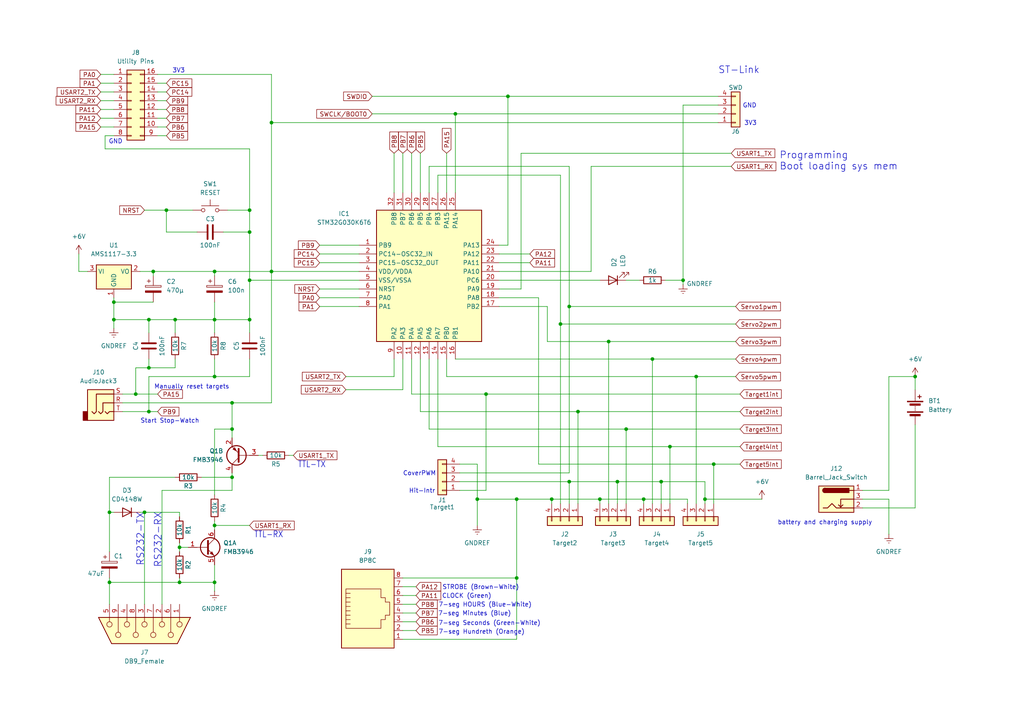
<source format=kicad_sch>
(kicad_sch (version 20250114) (generator "eeschema") (generator_version "9.0")
  (paper "A4")
  (lib_symbols
    (symbol "Conn_01x04_1" (pin_names (offset 1.016) (hide yes))
      (property "Reference" "J" (at 0 5.08 0))
      (property "Value" "Conn_01x04" (at 0 -7.62 0))
      (symbol "Conn_01x04_1_1_1"
        (pin passive line (at -5.08 2.54 0) (length 3.81) (name "Pin_1") (number "1"))
        (pin passive line (at -5.08 0 0) (length 3.81) (name "Pin_2") (number "2"))
        (pin passive line (at -5.08 -2.54 0) (length 3.81) (name "Pin_3") (number "3"))
        (pin passive line (at -5.08 -5.08 0) (length 3.81) (name "Pin_4") (number "4"))
      )
    )
    (symbol "Connector:8P8C" (pin_names (offset 1.016))
      (property "Reference" "J" (at -5.08 13.97 0))
      (property "Value" "8P8C" (at 2.54 13.97 0))
      (symbol "8P8C_1_1"
        (pin passive line (at 10.16 10.16 180) (length 2.54) (name "~") (number "8"))
        (pin passive line (at 10.16 7.62 180) (length 2.54) (name "~") (number "7"))
        (pin passive line (at 10.16 5.08 180) (length 2.54) (name "~") (number "6"))
        (pin passive line (at 10.16 2.54 180) (length 2.54) (name "~") (number "5"))
        (pin passive line (at 10.16 0 180) (length 2.54) (name "~") (number "4"))
        (pin passive line (at 10.16 -2.54 180) (length 2.54) (name "~") (number "3"))
        (pin passive line (at 10.16 -5.08 180) (length 2.54) (name "~") (number "2"))
        (pin passive line (at 10.16 -7.62 180) (length 2.54) (name "~") (number "1"))
      )
    )
    (symbol "Connector:Barrel_Jack_Switch" (pin_names (hide yes))
      (property "Reference" "J" (at 0 5.334 0))
      (property "Value" "Barrel_Jack_Switch" (at 0 -5.08 0))
      (symbol "Barrel_Jack_Switch_1_1"
        (pin passive line (at 7.62 2.54 180) (length 2.54) (name "~") (number "1"))
        (pin passive line (at 7.62 0 180) (length 2.54) (name "~") (number "3"))
        (pin passive line (at 7.62 -2.54 180) (length 2.54) (name "~") (number "2"))
      )
    )
    (symbol "Connector:DB9_Female" (pin_names (offset 1.016) (hide yes))
      (property "Reference" "J" (at 0 13.97 0))
      (property "Value" "DB9_Female" (at 0 -14.605 0))
      (symbol "DB9_Female_1_1"
        (pin passive line (at -7.62 10.16 0) (length 3.81) (name "1") (number "1"))
        (pin passive line (at -7.62 7.62 0) (length 3.81) (name "6") (number "6"))
        (pin passive line (at -7.62 5.08 0) (length 3.81) (name "2") (number "2"))
        (pin passive line (at -7.62 2.54 0) (length 3.81) (name "7") (number "7"))
        (pin passive line (at -7.62 0 0) (length 3.81) (name "3") (number "3"))
        (pin passive line (at -7.62 -2.54 0) (length 3.81) (name "8") (number "8"))
        (pin passive line (at -7.62 -5.08 0) (length 3.81) (name "4") (number "4"))
        (pin passive line (at -7.62 -7.62 0) (length 3.81) (name "9") (number "9"))
        (pin passive line (at -7.62 -10.16 0) (length 3.81) (name "5") (number "5"))
      )
    )
    (symbol "Connector_Audio:AudioJack3"
      (property "Reference" "J" (at 0 8.89 0))
      (property "Value" "AudioJack3" (at 0 6.35 0))
      (symbol "AudioJack3_1_1"
        (pin passive line (at 5.08 2.54 180) (length 2.54) (name "~") (number "S"))
        (pin passive line (at 5.08 0 180) (length 2.54) (name "~") (number "R"))
        (pin passive line (at 5.08 -2.54 180) (length 2.54) (name "~") (number "T"))
      )
    )
    (symbol "Connector_Generic:Conn_01x04" (pin_names (offset 1.016) (hide yes))
      (property "Reference" "J" (at 0 5.08 0))
      (property "Value" "Conn_01x04" (at 0 -7.62 0))
      (symbol "Conn_01x04_1_1"
        (pin passive line (at -5.08 2.54 0) (length 3.81) (name "Pin_1") (number "1"))
        (pin passive line (at -5.08 0 0) (length 3.81) (name "Pin_2") (number "2"))
        (pin passive line (at -5.08 -2.54 0) (length 3.81) (name "Pin_3") (number "3"))
        (pin passive line (at -5.08 -5.08 0) (length 3.81) (name "Pin_4") (number "4"))
      )
    )
    (symbol "Connector_Generic:Conn_02x08_Counter_Clockwise" (pin_names (offset 1.016) (hide yes))
      (property "Reference" "J" (at 1.27 10.16 0))
      (property "Value" "Conn_02x08_Counter_Clockwise" (at 1.27 -12.7 0))
      (symbol "Conn_02x08_Counter_Clockwise_1_1"
        (pin passive line (at -5.08 7.62 0) (length 3.81) (name "Pin_1") (number "1"))
        (pin passive line (at -5.08 5.08 0) (length 3.81) (name "Pin_2") (number "2"))
        (pin passive line (at -5.08 2.54 0) (length 3.81) (name "Pin_3") (number "3"))
        (pin passive line (at -5.08 0 0) (length 3.81) (name "Pin_4") (number "4"))
        (pin passive line (at -5.08 -2.54 0) (length 3.81) (name "Pin_5") (number "5"))
        (pin passive line (at -5.08 -5.08 0) (length 3.81) (name "Pin_6") (number "6"))
        (pin passive line (at -5.08 -7.62 0) (length 3.81) (name "Pin_7") (number "7"))
        (pin passive line (at -5.08 -10.16 0) (length 3.81) (name "Pin_8") (number "8"))
        (pin passive line (at 7.62 7.62 180) (length 3.81) (name "Pin_16") (number "16"))
        (pin passive line (at 7.62 5.08 180) (length 3.81) (name "Pin_15") (number "15"))
        (pin passive line (at 7.62 2.54 180) (length 3.81) (name "Pin_14") (number "14"))
        (pin passive line (at 7.62 0 180) (length 3.81) (name "Pin_13") (number "13"))
        (pin passive line (at 7.62 -2.54 180) (length 3.81) (name "Pin_12") (number "12"))
        (pin passive line (at 7.62 -5.08 180) (length 3.81) (name "Pin_11") (number "11"))
        (pin passive line (at 7.62 -7.62 180) (length 3.81) (name "Pin_10") (number "10"))
        (pin passive line (at 7.62 -10.16 180) (length 3.81) (name "Pin_9") (number "9"))
      )
    )
    (symbol "Device:Battery" (pin_numbers (hide yes)) (pin_names (offset 0) (hide yes))
      (property "Reference" "BT" (at 2.54 2.54 0))
      (property "Value" "Battery" (at 2.54 0 0))
      (symbol "Battery_1_1"
        (pin passive line (at 0 5.08 270) (length 2.54) (name "+") (number "1"))
        (pin passive line (at 0 -5.08 90) (length 2.54) (name "-") (number "2"))
      )
    )
    (symbol "Device:C" (pin_numbers (hide yes)) (pin_names (offset 0.254))
      (property "Reference" "C" (at 0.635 2.54 0))
      (property "Value" "C" (at 0.635 -2.54 0))
      (symbol "C_1_1"
        (pin passive line (at 0 3.81 270) (length 2.794) (name "~") (number "1"))
        (pin passive line (at 0 -3.81 90) (length 2.794) (name "~") (number "2"))
      )
    )
    (symbol "Device:C_Polarized" (pin_numbers (hide yes)) (pin_names (offset 0.254))
      (property "Reference" "C" (at 0.635 2.54 0))
      (property "Value" "C_Polarized" (at 0.635 -2.54 0))
      (symbol "C_Polarized_1_1"
        (pin passive line (at 0 3.81 270) (length 2.794) (name "~") (number "1"))
        (pin passive line (at 0 -3.81 90) (length 2.794) (name "~") (number "2"))
      )
    )
    (symbol "Device:LED" (pin_numbers (hide yes)) (pin_names (offset 1.016) (hide yes))
      (property "Reference" "D" (at 0 2.54 0))
      (property "Value" "LED" (at 0 -2.54 0))
      (symbol "LED_1_1"
        (pin passive line (at -3.81 0 0) (length 2.54) (name "K") (number "1"))
        (pin passive line (at 3.81 0 180) (length 2.54) (name "A") (number "2"))
      )
    )
    (symbol "Device:R" (pin_numbers (hide yes)) (pin_names (offset 0))
      (property "Reference" "R" (at 2.032 0 90))
      (property "Value" "R" (at 0 0 90))
      (symbol "R_1_1"
        (pin passive line (at 0 3.81 270) (length 1.27) (name "~") (number "1"))
        (pin passive line (at 0 -3.81 90) (length 1.27) (name "~") (number "2"))
      )
    )
    (symbol "Diode:CD4148W" (pin_numbers (hide yes)) (pin_names (hide yes))
      (property "Reference" "D" (at 0 2.54 0))
      (property "Value" "CD4148W" (at 0 -2.54 0))
      (symbol "CD4148W_1_1"
        (pin passive line (at -3.81 0 0) (length 2.54) (name "K") (number "1"))
        (pin passive line (at 3.81 0 180) (length 2.54) (name "A") (number "2"))
      )
    )
    (symbol "Regulator_Linear:AMS1117-3.3"
      (property "Reference" "U" (at -3.81 3.175 0))
      (property "Value" "AMS1117-3.3" (at 0 3.175 0))
      (symbol "AMS1117-3.3_1_1"
        (pin power_in line (at -7.62 0 0) (length 2.54) (name "VI") (number "3"))
        (pin power_in line (at 0 -7.62 90) (length 2.54) (name "GND") (number "1"))
        (pin power_out line (at 7.62 0 180) (length 2.54) (name "VO") (number "2"))
      )
    )
    (symbol "Switch:SW_Push" (pin_numbers (hide yes)) (pin_names (offset 1.016) (hide yes))
      (property "Reference" "SW" (at 1.27 2.54 0))
      (property "Value" "SW_Push" (at 0 -1.524 0))
      (symbol "SW_Push_0_1"
        (pin passive line (at -5.08 0 0) (length 2.54) (name "1") (number "1"))
        (pin passive line (at 5.08 0 180) (length 2.54) (name "2") (number "2"))
      )
    )
    (symbol "Transistor_BJT:FMB3946" (pin_names (offset 0) (hide yes))
      (property "Reference" "Q" (at 5.08 1.27 0))
      (property "Value" "FMB3946" (at 5.08 -1.27 0))
      (symbol "FMB3946_1_1"
        (pin input line (at -5.08 0 0) (length 2.54) (name "B1") (number "1"))
        (pin passive line (at 2.54 5.08 270) (length 2.54) (name "C1") (number "6"))
        (pin passive line (at 2.54 -5.08 90) (length 2.54) (name "E1") (number "5"))
      )
      (symbol "FMB3946_2_1"
        (pin input line (at -5.08 0 0) (length 2.54) (name "B2") (number "3"))
        (pin passive line (at 2.54 5.08 270) (length 2.54) (name "C2") (number "4"))
        (pin passive line (at 2.54 -5.08 90) (length 2.54) (name "E2") (number "2"))
      )
    )
    (symbol "power:+6V" (power) (pin_numbers (hide yes)) (pin_names (offset 0) (hide yes))
      (property "Value" "+6V" (at 0 3.556 0))
      (symbol "+6V_1_1"
        (pin power_in line (at 0 0 90) (length 0) (name "~") (number "1"))
      )
    )
    (symbol "power:GNDREF" (power) (pin_numbers (hide yes)) (pin_names (offset 0) (hide yes))
      (property "Value" "GNDREF" (at 0 -3.81 0))
      (symbol "GNDREF_1_1"
        (pin power_in line (at 0 0 270) (length 0) (name "~") (number "1"))
      )
    )
    (symbol "stm32mcu:STM32G030K6T6"
      (property "Reference" "IC" (at 36.83 15.24 0))
      (property "Value" "STM32G030K6T6" (at 36.83 12.7 0))
      (symbol "STM32G030K6T6_1_1"
        (pin passive line (at 0 0 0) (length 5.08) (name "PB9") (number "1"))
        (pin passive line (at 0 -2.54 0) (length 5.08) (name "PC14-OSC32_IN") (number "2"))
        (pin passive line (at 0 -5.08 0) (length 5.08) (name "PC15-OSC32_OUT") (number "3"))
        (pin passive line (at 0 -7.62 0) (length 5.08) (name "VDD/VDDA") (number "4"))
        (pin passive line (at 0 -10.16 0) (length 5.08) (name "VSS/VSSA") (number "5"))
        (pin passive line (at 0 -12.7 0) (length 5.08) (name "NRST") (number "6"))
        (pin passive line (at 0 -15.24 0) (length 5.08) (name "PA0") (number "7"))
        (pin passive line (at 0 -17.78 0) (length 5.08) (name "PA1") (number "8"))
        (pin passive line (at 10.16 15.24 270) (length 5.08) (name "PB8") (number "32"))
        (pin passive line (at 10.16 -33.02 90) (length 5.08) (name "PA2") (number "9"))
        (pin passive line (at 12.7 15.24 270) (length 5.08) (name "PB7") (number "31"))
        (pin passive line (at 12.7 -33.02 90) (length 5.08) (name "PA3") (number "10"))
        (pin passive line (at 15.24 15.24 270) (length 5.08) (name "PB6") (number "30"))
        (pin passive line (at 15.24 -33.02 90) (length 5.08) (name "PA4") (number "11"))
        (pin passive line (at 17.78 15.24 270) (length 5.08) (name "PB5") (number "29"))
        (pin passive line (at 17.78 -33.02 90) (length 5.08) (name "PA5") (number "12"))
        (pin passive line (at 20.32 15.24 270) (length 5.08) (name "PB4") (number "28"))
        (pin passive line (at 20.32 -33.02 90) (length 5.08) (name "PA6") (number "13"))
        (pin passive line (at 22.86 15.24 270) (length 5.08) (name "PB3") (number "27"))
        (pin passive line (at 22.86 -33.02 90) (length 5.08) (name "PA7") (number "14"))
        (pin passive line (at 25.4 15.24 270) (length 5.08) (name "PA15") (number "26"))
        (pin passive line (at 25.4 -33.02 90) (length 5.08) (name "PB0") (number "15"))
        (pin passive line (at 27.94 15.24 270) (length 5.08) (name "PA14") (number "25"))
        (pin passive line (at 27.94 -33.02 90) (length 5.08) (name "PB1") (number "16"))
        (pin passive line (at 40.64 0 180) (length 5.08) (name "PA13") (number "24"))
        (pin passive line (at 40.64 -2.54 180) (length 5.08) (name "PA12") (number "23"))
        (pin passive line (at 40.64 -5.08 180) (length 5.08) (name "PA11") (number "22"))
        (pin passive line (at 40.64 -7.62 180) (length 5.08) (name "PA10") (number "21"))
        (pin passive line (at 40.64 -10.16 180) (length 5.08) (name "PC6") (number "20"))
        (pin passive line (at 40.64 -12.7 180) (length 5.08) (name "PA9") (number "19"))
        (pin passive line (at 40.64 -15.24 180) (length 5.08) (name "PA8") (number "18"))
        (pin passive line (at 40.64 -17.78 180) (length 5.08) (name "PB2") (number "17"))
      )
    )
  )
  (text "3V3" (at 51.816 20.574 0) (effects (font (size 1.27 1.27))))
  (text "7-seg HOURS (Blue-White)" (at 140.716 175.514 0) (effects (font (size 1.27 1.27))))
  (text "3V3" (at 217.678 35.814 0) (effects (font (size 1.27 1.27))))
  (text "ST-Link" (at 208.28 21.59 0) (effects (font (size 2 2)) (justify left bottom)))
  (text "Programming\nBoot loading sys mem" (at 226.06 49.53 0) (effects (font (size 2 2)) (justify left bottom)))
  (text "7-seg Hundreth (Orange)" (at 139.7 183.388 0) (effects (font (size 1.27 1.27))))
  (text "7-seg Seconds (Green-White)" (at 141.986 180.848 0) (effects (font (size 1.27 1.27))))
  (text "7-seg Minutes (Blue)" (at 137.668 178.054 0) (effects (font (size 1.27 1.27))))
  (text "CoverPWM" (at 121.666 137.414 0) (effects (font (size 1.27 1.27))))
  (text "TTL-RX" (at 73.66 156.21 0) (effects (font (size 1.778 1.5113)) (justify left bottom)))
  (text "RS232-RX" (at 46.99 148.59 90) (effects (font (size 2 2)) (justify right bottom)))
  (text "GND" (at 217.424 30.734 0) (effects (font (size 1.27 1.27))))
  (text "GND" (at 33.528 41.148 0) (effects (font (size 1.27 1.27))))
  (text "Hit-Intr" (at 122.428 142.494 0) (effects (font (size 1.27 1.27))))
  (text "STROBE (Brown-White)" (at 139.446 170.434 0) (effects (font (size 1.27 1.27))))
  (text "Start Stop-Watch" (at 49.276 122.174 0) (effects (font (size 1.27 1.27))))
  (text "CLOCK (Green)" (at 135.382 172.974 0) (effects (font (size 1.27 1.27))))
  (text "TTL-TX" (at 86.36 135.89 0) (effects (font (size 1.778 1.5113)) (justify left bottom)))
  (text "RS232-TX" (at 41.91 148.59 90) (effects (font (size 2 2)) (justify right bottom)))
  (text "battery and charging supply" (at 239.268 151.638 0) (effects (font (size 1.27 1.27))))
  (text "Manually reset targets" (at 55.626 112.268 0) (effects (font (size 1.27 1.27))))
  (junction (at 140.97 114.3))
  (junction (at 78.74 35.56))
  (junction (at 62.23 109.22))
  (junction (at 67.31 124.46))
  (junction (at 147.32 27.94))
  (junction (at 43.18 119.38))
  (junction (at 167.64 119.38))
  (junction (at 149.86 167.64))
  (junction (at 67.31 138.43))
  (junction (at 72.39 92.71))
  (junction (at 72.39 67.31))
  (junction (at 265.43 109.22))
  (junction (at 186.69 144.78))
  (junction (at 33.02 92.71))
  (junction (at 204.47 144.78))
  (junction (at 165.1 88.9))
  (junction (at 62.23 168.91))
  (junction (at 31.75 168.91))
  (junction (at 48.26 60.96))
  (junction (at 162.56 93.98))
  (junction (at 194.31 129.54))
  (junction (at 179.07 139.7))
  (junction (at 52.07 158.75))
  (junction (at 207.01 134.62))
  (junction (at 138.43 144.78))
  (junction (at 50.8 92.71))
  (junction (at 62.23 152.4))
  (junction (at 33.02 87.63))
  (junction (at 41.91 148.59))
  (junction (at 43.18 106.68))
  (junction (at 52.07 168.91))
  (junction (at 189.23 104.14))
  (junction (at 72.39 60.96))
  (junction (at 149.86 144.78))
  (junction (at 67.31 116.84))
  (junction (at 191.77 139.7))
  (junction (at 165.1 139.7))
  (junction (at 160.02 144.78))
  (junction (at 39.37 114.3))
  (junction (at 31.75 148.59))
  (junction (at 62.23 92.71))
  (junction (at 173.99 144.78))
  (junction (at 132.08 33.02))
  (junction (at 78.74 78.74))
  (junction (at 201.93 109.22))
  (junction (at 44.45 78.74))
  (junction (at 72.39 81.28))
  (junction (at 181.61 124.46))
  (junction (at 62.23 78.74))
  (junction (at 43.18 92.71))
  (junction (at 176.53 99.06))
  (junction (at 198.12 81.28))
  (wire (pts (xy 198.12 82.55) (xy 198.12 81.28)))
  (wire (pts (xy 31.75 175.26) (xy 31.75 168.91)))
  (wire (pts (xy 133.35 137.16) (xy 165.1 137.16)))
  (wire (pts (xy 22.86 78.74) (xy 25.4 78.74)))
  (wire (pts (xy 129.54 109.22) (xy 201.93 109.22)))
  (wire (pts (xy 100.33 109.22) (xy 114.3 109.22)))
  (wire (pts (xy 144.78 76.2) (xy 153.67 76.2)))
  (wire (pts (xy 39.37 114.3) (xy 45.72 114.3)))
  (wire (pts (xy 55.88 60.96) (xy 48.26 60.96)))
  (wire (pts (xy 176.53 99.06) (xy 213.36 99.06)))
  (wire (pts (xy 133.35 142.24) (xy 140.97 142.24)))
  (wire (pts (xy 62.23 163.83) (xy 62.23 168.91)))
  (wire (pts (xy 45.72 29.21) (xy 48.26 29.21)))
  (wire (pts (xy 43.18 109.22) (xy 62.23 109.22)))
  (wire (pts (xy 31.75 167.64) (xy 31.75 168.91)))
  (wire (pts (xy 129.54 104.14) (xy 129.54 109.22)))
  (wire (pts (xy 104.14 81.28) (xy 72.39 81.28)))
  (wire (pts (xy 156.21 134.62) (xy 207.01 134.62)))
  (wire (pts (xy 62.23 152.4) (xy 72.39 152.4)))
  (wire (pts (xy 46.99 142.24) (xy 67.31 142.24)))
  (wire (pts (xy 140.97 114.3) (xy 214.63 114.3)))
  (wire (pts (xy 165.1 139.7) (xy 165.1 146.05)))
  (wire (pts (xy 165.1 88.9) (xy 213.36 88.9)))
  (wire (pts (xy 35.56 116.84) (xy 67.31 116.84)))
  (wire (pts (xy 29.21 29.21) (xy 33.02 29.21)))
  (wire (pts (xy 92.71 83.82) (xy 104.14 83.82)))
  (wire (pts (xy 62.23 92.71) (xy 62.23 96.52)))
  (wire (pts (xy 29.21 34.29) (xy 33.02 34.29)))
  (wire (pts (xy 129.54 44.45) (xy 129.54 55.88)))
  (wire (pts (xy 30.48 43.18) (xy 72.39 43.18)))
  (wire (pts (xy 62.23 104.14) (xy 62.23 109.22)))
  (wire (pts (xy 179.07 139.7) (xy 165.1 139.7)))
  (wire (pts (xy 144.78 88.9) (xy 158.75 88.9)))
  (wire (pts (xy 132.08 33.02) (xy 208.28 33.02)))
  (wire (pts (xy 116.84 167.64) (xy 149.86 167.64)))
  (wire (pts (xy 127 104.14) (xy 127 129.54)))
  (wire (pts (xy 116.84 170.18) (xy 120.65 170.18)))
  (wire (pts (xy 250.19 144.78) (xy 257.81 144.78)))
  (wire (pts (xy 57.15 67.31) (xy 48.26 67.31)))
  (wire (pts (xy 156.21 86.36) (xy 156.21 134.62)))
  (wire (pts (xy 74.93 132.08) (xy 76.2 132.08)))
  (wire (pts (xy 204.47 146.05) (xy 204.47 144.78)))
  (wire (pts (xy 162.56 93.98) (xy 213.36 93.98)))
  (wire (pts (xy 121.92 104.14) (xy 121.92 119.38)))
  (wire (pts (xy 58.42 138.43) (xy 67.31 138.43)))
  (wire (pts (xy 116.84 44.45) (xy 116.84 55.88)))
  (wire (pts (xy 78.74 78.74) (xy 78.74 116.84)))
  (wire (pts (xy 181.61 124.46) (xy 181.61 146.05)))
  (wire (pts (xy 116.84 182.88) (xy 120.65 182.88)))
  (wire (pts (xy 124.46 124.46) (xy 181.61 124.46)))
  (wire (pts (xy 72.39 81.28) (xy 72.39 92.71)))
  (wire (pts (xy 194.31 129.54) (xy 214.63 129.54)))
  (wire (pts (xy 171.45 78.74) (xy 144.78 78.74)))
  (wire (pts (xy 181.61 81.28) (xy 185.42 81.28)))
  (wire (pts (xy 265.43 109.22) (xy 265.43 113.03)))
  (wire (pts (xy 43.18 119.38) (xy 45.72 119.38)))
  (wire (pts (xy 133.35 139.7) (xy 165.1 139.7)))
  (wire (pts (xy 67.31 124.46) (xy 67.31 127)))
  (wire (pts (xy 62.23 78.74) (xy 78.74 78.74)))
  (wire (pts (xy 186.69 144.78) (xy 199.39 144.78)))
  (wire (pts (xy 160.02 144.78) (xy 173.99 144.78)))
  (wire (pts (xy 127 50.8) (xy 162.56 50.8)))
  (wire (pts (xy 45.72 21.59) (xy 78.74 21.59)))
  (wire (pts (xy 132.08 104.14) (xy 189.23 104.14)))
  (wire (pts (xy 119.38 114.3) (xy 140.97 114.3)))
  (wire (pts (xy 43.18 106.68) (xy 39.37 106.68)))
  (wire (pts (xy 208.28 30.48) (xy 198.12 30.48)))
  (wire (pts (xy 52.07 168.91) (xy 62.23 168.91)))
  (wire (pts (xy 43.18 92.71) (xy 43.18 96.52)))
  (wire (pts (xy 45.72 24.13) (xy 48.26 24.13)))
  (wire (pts (xy 116.84 185.42) (xy 149.86 185.42)))
  (wire (pts (xy 144.78 71.12) (xy 147.32 71.12)))
  (wire (pts (xy 151.13 83.82) (xy 144.78 83.82)))
  (wire (pts (xy 162.56 146.05) (xy 162.56 93.98)))
  (wire (pts (xy 52.07 158.75) (xy 52.07 160.02)))
  (wire (pts (xy 114.3 44.45) (xy 114.3 55.88)))
  (wire (pts (xy 201.93 109.22) (xy 201.93 146.05)))
  (wire (pts (xy 204.47 144.78) (xy 204.47 139.7)))
  (wire (pts (xy 72.39 92.71) (xy 62.23 92.71)))
  (wire (pts (xy 204.47 139.7) (xy 191.77 139.7)))
  (wire (pts (xy 198.12 30.48) (xy 198.12 81.28)))
  (wire (pts (xy 72.39 67.31) (xy 72.39 81.28)))
  (wire (pts (xy 45.72 26.67) (xy 48.26 26.67)))
  (wire (pts (xy 67.31 137.16) (xy 67.31 138.43)))
  (wire (pts (xy 193.04 81.28) (xy 198.12 81.28)))
  (wire (pts (xy 62.23 124.46) (xy 67.31 124.46)))
  (wire (pts (xy 72.39 104.14) (xy 72.39 109.22)))
  (wire (pts (xy 48.26 60.96) (xy 48.26 67.31)))
  (wire (pts (xy 92.71 76.2) (xy 104.14 76.2)))
  (wire (pts (xy 78.74 116.84) (xy 67.31 116.84)))
  (wire (pts (xy 114.3 104.14) (xy 114.3 109.22)))
  (wire (pts (xy 165.1 48.26) (xy 165.1 88.9)))
  (wire (pts (xy 201.93 109.22) (xy 213.36 109.22)))
  (wire (pts (xy 160.02 146.05) (xy 160.02 144.78)))
  (wire (pts (xy 121.92 119.38) (xy 167.64 119.38)))
  (wire (pts (xy 138.43 144.78) (xy 138.43 152.4)))
  (wire (pts (xy 43.18 109.22) (xy 43.18 119.38)))
  (wire (pts (xy 67.31 138.43) (xy 67.31 142.24)))
  (wire (pts (xy 31.75 148.59) (xy 31.75 160.02)))
  (wire (pts (xy 116.84 175.26) (xy 120.65 175.26)))
  (wire (pts (xy 62.23 168.91) (xy 62.23 171.45)))
  (wire (pts (xy 107.95 33.02) (xy 132.08 33.02)))
  (wire (pts (xy 116.84 172.72) (xy 120.65 172.72)))
  (wire (pts (xy 43.18 92.71) (xy 50.8 92.71)))
  (wire (pts (xy 147.32 71.12) (xy 147.32 27.94)))
  (wire (pts (xy 167.64 119.38) (xy 167.64 146.05)))
  (wire (pts (xy 171.45 48.26) (xy 171.45 78.74)))
  (wire (pts (xy 165.1 137.16) (xy 165.1 88.9)))
  (wire (pts (xy 189.23 104.14) (xy 213.36 104.14)))
  (wire (pts (xy 92.71 71.12) (xy 104.14 71.12)))
  (wire (pts (xy 207.01 146.05) (xy 207.01 134.62)))
  (wire (pts (xy 64.77 67.31) (xy 72.39 67.31)))
  (wire (pts (xy 33.02 92.71) (xy 43.18 92.71)))
  (wire (pts (xy 22.86 73.66) (xy 22.86 78.74)))
  (wire (pts (xy 83.82 132.08) (xy 85.09 132.08)))
  (wire (pts (xy 33.02 86.36) (xy 33.02 87.63)))
  (wire (pts (xy 191.77 139.7) (xy 179.07 139.7)))
  (wire (pts (xy 62.23 124.46) (xy 62.23 143.51)))
  (wire (pts (xy 204.47 144.78) (xy 220.98 144.78)))
  (wire (pts (xy 29.21 24.13) (xy 33.02 24.13)))
  (wire (pts (xy 160.02 144.78) (xy 149.86 144.78)))
  (wire (pts (xy 265.43 147.32) (xy 265.43 123.19)))
  (wire (pts (xy 119.38 44.45) (xy 119.38 55.88)))
  (wire (pts (xy 62.23 87.63) (xy 62.23 92.71)))
  (wire (pts (xy 41.91 148.59) (xy 52.07 148.59)))
  (wire (pts (xy 250.19 147.32) (xy 265.43 147.32)))
  (wire (pts (xy 72.39 67.31) (xy 72.39 60.96)))
  (wire (pts (xy 30.48 39.37) (xy 30.48 43.18)))
  (wire (pts (xy 31.75 138.43) (xy 50.8 138.43)))
  (wire (pts (xy 138.43 134.62) (xy 138.43 144.78)))
  (wire (pts (xy 35.56 114.3) (xy 39.37 114.3)))
  (wire (pts (xy 50.8 104.14) (xy 50.8 106.68)))
  (wire (pts (xy 29.21 26.67) (xy 33.02 26.67)))
  (wire (pts (xy 257.81 142.24) (xy 257.81 109.22)))
  (wire (pts (xy 45.72 36.83) (xy 48.26 36.83)))
  (wire (pts (xy 72.39 60.96) (xy 72.39 43.18)))
  (wire (pts (xy 212.09 44.45) (xy 151.13 44.45)))
  (wire (pts (xy 67.31 116.84) (xy 67.31 124.46)))
  (wire (pts (xy 52.07 158.75) (xy 54.61 158.75)))
  (wire (pts (xy 45.72 31.75) (xy 48.26 31.75)))
  (wire (pts (xy 50.8 92.71) (xy 50.8 96.52)))
  (wire (pts (xy 144.78 73.66) (xy 153.67 73.66)))
  (wire (pts (xy 144.78 81.28) (xy 173.99 81.28)))
  (wire (pts (xy 33.02 92.71) (xy 33.02 95.25)))
  (wire (pts (xy 191.77 146.05) (xy 191.77 139.7)))
  (wire (pts (xy 116.84 113.03) (xy 100.33 113.03)))
  (wire (pts (xy 45.72 34.29) (xy 48.26 34.29)))
  (wire (pts (xy 43.18 106.68) (xy 50.8 106.68)))
  (wire (pts (xy 92.71 86.36) (xy 104.14 86.36)))
  (wire (pts (xy 62.23 78.74) (xy 62.23 80.01)))
  (wire (pts (xy 116.84 177.8) (xy 120.65 177.8)))
  (wire (pts (xy 62.23 152.4) (xy 62.23 153.67)))
  (wire (pts (xy 149.86 144.78) (xy 138.43 144.78)))
  (wire (pts (xy 250.19 142.24) (xy 257.81 142.24)))
  (wire (pts (xy 31.75 138.43) (xy 31.75 148.59)))
  (wire (pts (xy 62.23 151.13) (xy 62.23 152.4)))
  (wire (pts (xy 212.09 48.26) (xy 171.45 48.26)))
  (wire (pts (xy 92.71 88.9) (xy 104.14 88.9)))
  (wire (pts (xy 144.78 86.36) (xy 156.21 86.36)))
  (wire (pts (xy 186.69 146.05) (xy 186.69 144.78)))
  (wire (pts (xy 72.39 109.22) (xy 62.23 109.22)))
  (wire (pts (xy 176.53 99.06) (xy 176.53 146.05)))
  (wire (pts (xy 40.64 148.59) (xy 41.91 148.59)))
  (wire (pts (xy 46.99 142.24) (xy 46.99 175.26)))
  (wire (pts (xy 147.32 27.94) (xy 208.28 27.94)))
  (wire (pts (xy 119.38 104.14) (xy 119.38 114.3)))
  (wire (pts (xy 44.45 78.74) (xy 44.45 80.01)))
  (wire (pts (xy 52.07 148.59) (xy 52.07 149.86)))
  (wire (pts (xy 132.08 33.02) (xy 132.08 55.88)))
  (wire (pts (xy 124.46 48.26) (xy 165.1 48.26)))
  (wire (pts (xy 78.74 78.74) (xy 104.14 78.74)))
  (wire (pts (xy 158.75 88.9) (xy 158.75 99.06)))
  (wire (pts (xy 92.71 73.66) (xy 104.14 73.66)))
  (wire (pts (xy 121.92 44.45) (xy 121.92 55.88)))
  (wire (pts (xy 43.18 104.14) (xy 43.18 106.68)))
  (wire (pts (xy 127 129.54) (xy 194.31 129.54)))
  (wire (pts (xy 151.13 44.45) (xy 151.13 83.82)))
  (wire (pts (xy 189.23 104.14) (xy 189.23 146.05)))
  (wire (pts (xy 33.02 87.63) (xy 44.45 87.63)))
  (wire (pts (xy 40.64 78.74) (xy 44.45 78.74)))
  (wire (pts (xy 45.72 39.37) (xy 48.26 39.37)))
  (wire (pts (xy 44.45 78.74) (xy 62.23 78.74)))
  (wire (pts (xy 133.35 134.62) (xy 138.43 134.62)))
  (wire (pts (xy 140.97 142.24) (xy 140.97 114.3)))
  (wire (pts (xy 149.86 185.42) (xy 149.86 167.64)))
  (wire (pts (xy 31.75 148.59) (xy 33.02 148.59)))
  (wire (pts (xy 186.69 144.78) (xy 173.99 144.78)))
  (wire (pts (xy 29.21 21.59) (xy 33.02 21.59)))
  (wire (pts (xy 107.95 27.94) (xy 147.32 27.94)))
  (wire (pts (xy 162.56 50.8) (xy 162.56 93.98)))
  (wire (pts (xy 173.99 146.05) (xy 173.99 144.78)))
  (wire (pts (xy 31.75 168.91) (xy 52.07 168.91)))
  (wire (pts (xy 149.86 167.64) (xy 149.86 144.78)))
  (wire (pts (xy 72.39 60.96) (xy 66.04 60.96)))
  (wire (pts (xy 124.46 55.88) (xy 124.46 48.26)))
  (wire (pts (xy 39.37 106.68) (xy 39.37 114.3)))
  (wire (pts (xy 35.56 119.38) (xy 43.18 119.38)))
  (wire (pts (xy 257.81 109.22) (xy 265.43 109.22)))
  (wire (pts (xy 78.74 35.56) (xy 78.74 78.74)))
  (wire (pts (xy 208.28 35.56) (xy 78.74 35.56)))
  (wire (pts (xy 199.39 146.05) (xy 199.39 144.78)))
  (wire (pts (xy 194.31 129.54) (xy 194.31 146.05)))
  (wire (pts (xy 29.21 36.83) (xy 33.02 36.83)))
  (wire (pts (xy 78.74 21.59) (xy 78.74 35.56)))
  (wire (pts (xy 179.07 146.05) (xy 179.07 139.7)))
  (wire (pts (xy 41.91 60.96) (xy 48.26 60.96)))
  (wire (pts (xy 62.23 92.71) (xy 50.8 92.71)))
  (wire (pts (xy 29.21 31.75) (xy 33.02 31.75)))
  (wire (pts (xy 41.91 175.26) (xy 41.91 148.59)))
  (wire (pts (xy 72.39 92.71) (xy 72.39 96.52)))
  (wire (pts (xy 167.64 119.38) (xy 214.63 119.38)))
  (wire (pts (xy 116.84 180.34) (xy 120.65 180.34)))
  (wire (pts (xy 207.01 134.62) (xy 214.63 134.62)))
  (wire (pts (xy 158.75 99.06) (xy 176.53 99.06)))
  (wire (pts (xy 257.81 144.78) (xy 257.81 154.94)))
  (wire (pts (xy 52.07 167.64) (xy 52.07 168.91)))
  (wire (pts (xy 181.61 124.46) (xy 214.63 124.46)))
  (wire (pts (xy 33.02 39.37) (xy 30.48 39.37)))
  (wire (pts (xy 116.84 104.14) (xy 116.84 113.03)))
  (wire (pts (xy 124.46 104.14) (xy 124.46 124.46)))
  (wire (pts (xy 127 55.88) (xy 127 50.8)))
  (wire (pts (xy 52.07 157.48) (xy 52.07 158.75)))
  (wire (pts (xy 33.02 87.63) (xy 33.02 92.71)))
  (global_label "Servo2pwm" (shape input) (at 213.36 93.98 0) (property "Intersheetrefs" "${INTERSHEET_REFS}" (effects (hide yes))))
  (global_label "USART1_RX" (shape input) (at 212.09 48.26 0) (property "Intersheetrefs" "${INTERSHEET_REFS}" (effects (hide yes))))
  (global_label "PB8" (shape input) (at 48.26 31.75 0) (property "Intersheetrefs" "${INTERSHEET_REFS}" (effects (hide yes))))
  (global_label "NRST" (shape input) (at 92.71 83.82 180) (property "Intersheetrefs" "${INTERSHEET_REFS}" (effects (hide yes))))
  (global_label "Target5Int" (shape input) (at 214.63 134.62 0) (property "Intersheetrefs" "${INTERSHEET_REFS}" (effects (hide yes))))
  (global_label "USART1_RX" (shape input) (at 72.39 152.4 0) (property "Intersheetrefs" "${INTERSHEET_REFS}" (effects (hide yes))))
  (global_label "PC14" (shape input) (at 48.26 26.67 0) (property "Intersheetrefs" "${INTERSHEET_REFS}" (effects (hide yes))))
  (global_label "Servo4pwm" (shape input) (at 213.36 104.14 0) (property "Intersheetrefs" "${INTERSHEET_REFS}" (effects (hide yes))))
  (global_label "NRST" (shape input) (at 41.91 60.96 180) (property "Intersheetrefs" "${INTERSHEET_REFS}" (effects (hide yes))))
  (global_label "PB7" (shape input) (at 116.84 44.45 90) (property "Intersheetrefs" "${INTERSHEET_REFS}" (effects (hide yes))))
  (global_label "USART2_TX" (shape input) (at 29.21 26.67 180) (property "Intersheetrefs" "${INTERSHEET_REFS}" (effects (hide yes))))
  (global_label "Target2Int" (shape input) (at 214.63 119.38 0) (property "Intersheetrefs" "${INTERSHEET_REFS}" (effects (hide yes))))
  (global_label "PB8" (shape input) (at 120.65 175.26 0) (property "Intersheetrefs" "${INTERSHEET_REFS}" (effects (hide yes))))
  (global_label "PA15" (shape input) (at 29.21 36.83 180) (property "Intersheetrefs" "${INTERSHEET_REFS}" (effects (hide yes))))
  (global_label "PA12" (shape input) (at 153.67 73.66 0) (property "Intersheetrefs" "${INTERSHEET_REFS}" (effects (hide yes))))
  (global_label "USART2_TX" (shape input) (at 100.33 109.22 180) (property "Intersheetrefs" "${INTERSHEET_REFS}" (effects (hide yes))))
  (global_label "PA15" (shape input) (at 45.72 114.3 0) (property "Intersheetrefs" "${INTERSHEET_REFS}" (effects (hide yes))))
  (global_label "PA1" (shape input) (at 92.71 88.9 180) (property "Intersheetrefs" "${INTERSHEET_REFS}" (effects (hide yes))))
  (global_label "USART1_TX" (shape input) (at 85.09 132.08 0) (property "Intersheetrefs" "${INTERSHEET_REFS}" (effects (hide yes))))
  (global_label "PA12" (shape input) (at 29.21 34.29 180) (property "Intersheetrefs" "${INTERSHEET_REFS}" (effects (hide yes))))
  (global_label "USART2_RX" (shape input) (at 29.21 29.21 180) (property "Intersheetrefs" "${INTERSHEET_REFS}" (effects (hide yes))))
  (global_label "Servo5pwm" (shape input) (at 213.36 109.22 0) (property "Intersheetrefs" "${INTERSHEET_REFS}" (effects (hide yes))))
  (global_label "PA11" (shape input) (at 120.65 172.72 0) (property "Intersheetrefs" "${INTERSHEET_REFS}" (effects (hide yes))))
  (global_label "PB9" (shape input) (at 48.26 29.21 0) (property "Intersheetrefs" "${INTERSHEET_REFS}" (effects (hide yes))))
  (global_label "USART1_TX" (shape input) (at 212.09 44.45 0) (property "Intersheetrefs" "${INTERSHEET_REFS}" (effects (hide yes))))
  (global_label "PB7" (shape input) (at 48.26 34.29 0) (property "Intersheetrefs" "${INTERSHEET_REFS}" (effects (hide yes))))
  (global_label "Servo3pwm" (shape input) (at 213.36 99.06 0) (property "Intersheetrefs" "${INTERSHEET_REFS}" (effects (hide yes))))
  (global_label "PC14" (shape input) (at 92.71 73.66 180) (property "Intersheetrefs" "${INTERSHEET_REFS}" (effects (hide yes))))
  (global_label "PB9" (shape input) (at 92.71 71.12 180) (property "Intersheetrefs" "${INTERSHEET_REFS}" (effects (hide yes))))
  (global_label "Servo1pwm" (shape input) (at 213.36 88.9 0) (property "Intersheetrefs" "${INTERSHEET_REFS}" (effects (hide yes))))
  (global_label "PC15" (shape input) (at 92.71 76.2 180) (property "Intersheetrefs" "${INTERSHEET_REFS}" (effects (hide yes))))
  (global_label "PA15" (shape input) (at 129.54 44.45 90) (property "Intersheetrefs" "${INTERSHEET_REFS}" (effects (hide yes))))
  (global_label "PB6" (shape input) (at 119.38 44.45 90) (property "Intersheetrefs" "${INTERSHEET_REFS}" (effects (hide yes))))
  (global_label "USART2_RX" (shape input) (at 100.33 113.03 180) (property "Intersheetrefs" "${INTERSHEET_REFS}" (effects (hide yes))))
  (global_label "PA11" (shape input) (at 29.21 31.75 180) (property "Intersheetrefs" "${INTERSHEET_REFS}" (effects (hide yes))))
  (global_label "PB8" (shape input) (at 114.3 44.45 90) (property "Intersheetrefs" "${INTERSHEET_REFS}" (effects (hide yes))))
  (global_label "PA11" (shape input) (at 153.67 76.2 0) (property "Intersheetrefs" "${INTERSHEET_REFS}" (effects (hide yes))))
  (global_label "Target4Int" (shape input) (at 214.63 129.54 0) (property "Intersheetrefs" "${INTERSHEET_REFS}" (effects (hide yes))))
  (global_label "PB6" (shape input) (at 48.26 36.83 0) (property "Intersheetrefs" "${INTERSHEET_REFS}" (effects (hide yes))))
  (global_label "PB7" (shape input) (at 120.65 177.8 0) (property "Intersheetrefs" "${INTERSHEET_REFS}" (effects (hide yes))))
  (global_label "PB5" (shape input) (at 121.92 44.45 90) (property "Intersheetrefs" "${INTERSHEET_REFS}" (effects (hide yes))))
  (global_label "PC15" (shape input) (at 48.26 24.13 0) (property "Intersheetrefs" "${INTERSHEET_REFS}" (effects (hide yes))))
  (global_label "PA0" (shape input) (at 29.21 21.59 180) (property "Intersheetrefs" "${INTERSHEET_REFS}" (effects (hide yes))))
  (global_label "Target1int" (shape input) (at 214.63 114.3 0) (property "Intersheetrefs" "${INTERSHEET_REFS}" (effects (hide yes))))
  (global_label "SWDIO" (shape input) (at 107.95 27.94 180) (property "Intersheetrefs" "${INTERSHEET_REFS}" (effects (hide yes))))
  (global_label "PB9" (shape input) (at 45.72 119.38 0) (property "Intersheetrefs" "${INTERSHEET_REFS}" (effects (hide yes))))
  (global_label "PB5" (shape input) (at 120.65 182.88 0) (property "Intersheetrefs" "${INTERSHEET_REFS}" (effects (hide yes))))
  (global_label "PA0" (shape input) (at 92.71 86.36 180) (property "Intersheetrefs" "${INTERSHEET_REFS}" (effects (hide yes))))
  (global_label "PA12" (shape input) (at 120.65 170.18 0) (property "Intersheetrefs" "${INTERSHEET_REFS}" (effects (hide yes))))
  (global_label "PB5" (shape input) (at 48.26 39.37 0) (property "Intersheetrefs" "${INTERSHEET_REFS}" (effects (hide yes))))
  (global_label "SWCLK{slash}BOOT0" (shape input) (at 107.95 33.02 180) (property "Intersheetrefs" "${INTERSHEET_REFS}" (effects (hide yes))))
  (global_label "Target3Int" (shape input) (at 214.63 124.46 0) (property "Intersheetrefs" "${INTERSHEET_REFS}" (effects (hide yes))))
  (global_label "PB6" (shape input) (at 120.65 180.34 0) (property "Intersheetrefs" "${INTERSHEET_REFS}" (effects (hide yes))))
  (global_label "PA1" (shape input) (at 29.21 24.13 180) (property "Intersheetrefs" "${INTERSHEET_REFS}" (effects (hide yes))))
  (symbol (lib_id "Connector_Generic:Conn_01x04") (at 204.47 151.13 270) (unit 1)
    (property "Reference" "J5" (at 203.2 154.94 90))
    (property "Value" "Target5" (at 203.2 157.48 90))
    (property "Footprint" "Connector_Hirose:Hirose_DF3EA-04P-2H_1x04-1MP_P2.00mm_Horizontal" (effects (hide yes)))
    (property "Description" "Generic connector, single row, 01x04, script generated (kicad-library-utils/schlib/autogen/connector/)" (effects (hide yes)))
  )
  (symbol (lib_id "power:GNDREF") (at 62.23 171.45 0) (unit 1)
    (property "Reference" "#PWR05" (effects (hide yes)))
    (property "Value" "GNDREF" (at 62.23 176.53 0))
    (property "Description" "Power symbol creates a global label with name \"GNDREF\" , reference supply ground" (effects (hide yes)))
  )
  (symbol (lib_id "Connector_Generic:Conn_01x04") (at 165.1 151.13 270) (unit 1)
    (property "Reference" "J2" (at 163.83 154.94 90))
    (property "Value" "Target2" (at 163.83 157.48 90))
    (property "Footprint" "Connector_Hirose:Hirose_DF3EA-04P-2H_1x04-1MP_P2.00mm_Horizontal" (effects (hide yes)))
    (property "Description" "Generic connector, single row, 01x04, script generated (kicad-library-utils/schlib/autogen/connector/)" (effects (hide yes)))
  )
  (symbol (lib_id "power:GNDREF") (at 138.43 152.4 0) (unit 1)
    (property "Reference" "#PWR02" (effects (hide yes)))
    (property "Value" "GNDREF" (at 138.43 157.48 0))
    (property "Description" "Power symbol creates a global label with name \"GNDREF\" , reference supply ground" (effects (hide yes)))
  )
  (symbol (lib_id "Switch:SW_Push") (at 60.96 60.96 0) (unit 1)
    (property "Reference" "SW1" (at 60.96 53.34 0))
    (property "Value" "RESET" (at 60.96 55.88 0))
    (property "Footprint" "Button_Switch_THT:SW_PUSH_6mm_H5mm" (effects (hide yes)))
  )
  (symbol (lib_id "Diode:CD4148W") (at 36.83 148.59 180) (unit 1)
    (property "Reference" "D3" (at 36.83 142.24 0))
    (property "Value" "CD4148W" (at 36.83 144.78 0))
    (property "Footprint" "Diode_SMD:D_0805_2012Metric" (effects (hide yes)))
    (property "Datasheet" "https://www.dccomponents.com/upload/product/original/623524775088.pdf" (effects (hide yes)))
    (property "Description" "75V 0.15A Switching Diode, 0805" (effects (hide yes)))
    (property "Sim.Device" "D" (effects (hide yes)))
    (property "Sim.Pins" "1=K 2=A" (effects (hide yes)))
  )
  (symbol (lib_id "Device:C") (at 43.18 100.33 180) (unit 1)
    (property "Reference" "C4" (at 39.37 100.33 90))
    (property "Value" "100nF" (at 46.99 100.33 90))
    (property "Footprint" "Capacitor_SMD:C_0805_2012Metric_Pad1.18x1.45mm_HandSolder" (effects (hide yes)))
  )
  (symbol (lib_id "Device:R") (at 54.61 138.43 90) (unit 1)
    (property "Reference" "R3" (at 54.61 140.97 90))
    (property "Value" "10k" (at 54.61 138.43 90))
    (property "Footprint" "Resistor_SMD:R_1206_3216Metric_Pad1.30x1.75mm_HandSolder" (effects (hide yes)))
  )
  (symbol (lib_id "stm32mcu:STM32G030K6T6") (at 104.14 71.12 0) (unit 1)
    (property "Reference" "IC1" (at 99.822 61.976 0))
    (property "Value" "STM32G030K6T6" (at 99.822 64.516 0))
    (property "Footprint" "Package_QFP:LQFP-32_7x7mm_P0.8mm" (effects (hide yes)))
    (property "Datasheet" "https://www.st.com/resource/en/datasheet/stm32g030c6.pdf" (effects (hide yes)))
    (property "Description" "STMICROELECTRONICS - STM32G030K6T6 - ARM MCU, STM32 Family STM32G0 Series Microcontrollers, ARM Cortex-M0+, 32bit, 64 MHz, 32 KB, 8 KB" (effects (hide yes)))
    (property "Height" "1.6" (effects (hide yes)))
    (property "Manufacturer_Name" "STMicroelectronics" (effects (hide yes)))
    (property "Manufacturer_Part_Number" "STM32G030K6T6" (effects (hide yes)))
  )
  (symbol (lib_id "Device:C_Polarized") (at 44.45 83.82 0) (unit 1)
    (property "Reference" "C2" (at 48.26 81.6609 0) (effects (justify left)))
    (property "Value" "470µ" (at 48.26 84.2009 0) (effects (justify left)))
    (property "Footprint" "Capacitor_SMD:C_1206_3216Metric_Pad1.33x1.80mm_HandSolder" (effects (hide yes)))
  )
  (symbol (lib_id "Transistor_BJT:FMB3946") (at 69.85 132.08 180) (unit 2)
    (property "Reference" "Q1" (at 64.77 130.8099 0) (effects (justify left)))
    (property "Value" "FMB3946" (at 64.77 133.3499 0) (effects (justify left)))
    (property "Footprint" "Package_TO_SOT_SMD:TSOT-23-6_HandSoldering" (effects (hide yes)))
    (property "Datasheet" "http://www.onsemi.com/pub/Collateral/FMB3946-D.pdf" (effects (hide yes)))
  )
  (symbol (lib_id "Connector_Generic:Conn_02x08_Counter_Clockwise") (at 38.1 29.21 0) (unit 1)
    (property "Reference" "J8" (at 39.37 15.24 0))
    (property "Value" "Utility Pins" (at 39.37 17.78 0))
    (property "Footprint" "Connector_PinHeader_2.54mm:PinHeader_2x08_P2.54mm_Vertical" (effects (hide yes)))
    (property "Description" "Generic connector, double row, 02x08, counter clockwise pin numbering scheme (similar to DIP package numbering), script generated (kicad-library-utils/schlib/autogen/connector/)" (effects (hide yes)))
  )
  (symbol (lib_id "Connector_Generic:Conn_01x04") (at 179.07 151.13 270) (unit 1)
    (property "Reference" "J3" (at 177.8 154.94 90))
    (property "Value" "Target3" (at 177.8 157.48 90))
    (property "Footprint" "Connector_Hirose:Hirose_DF3EA-04P-2H_1x04-1MP_P2.00mm_Horizontal" (effects (hide yes)))
    (property "Description" "Generic connector, single row, 01x04, script generated (kicad-library-utils/schlib/autogen/connector/)" (effects (hide yes)))
  )
  (symbol (lib_id "Device:C_Polarized") (at 62.23 83.82 0) (unit 1)
    (property "Reference" "C6" (at 66.04 81.6609 0) (effects (justify left)))
    (property "Value" "100n" (at 66.04 84.2009 0) (effects (justify left)))
    (property "Footprint" "Capacitor_SMD:C_1206_3216Metric_Pad1.33x1.80mm_HandSolder" (effects (hide yes)))
  )
  (symbol (lib_id "power:+6V") (at 220.98 144.78 0) (unit 1)
    (property "Reference" "#PWR01" (effects (hide yes)))
    (property "Value" "+6V" (at 220.98 139.7 0))
    (property "Description" "Power symbol creates a global label with name \"+6V\"" (effects (hide yes)))
  )
  (symbol (lib_id "Device:R") (at 62.23 100.33 180) (unit 1)
    (property "Reference" "R8" (at 64.77 100.33 90))
    (property "Value" "10k" (at 62.23 100.33 90))
    (property "Footprint" "Resistor_SMD:R_1206_3216Metric_Pad1.30x1.75mm_HandSolder" (effects (hide yes)))
  )
  (symbol (lib_id "Device:R") (at 80.01 132.08 90) (unit 1)
    (property "Reference" "R5" (at 80.01 134.62 90))
    (property "Value" "10k" (at 80.01 132.08 90))
    (property "Footprint" "Resistor_SMD:R_1206_3216Metric_Pad1.30x1.75mm_HandSolder" (effects (hide yes)))
  )
  (symbol (lib_id "Connector:8P8C") (at 106.68 177.8 0) (unit 1)
    (property "Reference" "J9" (at 106.68 160.02 0))
    (property "Value" "8P8C" (at 106.68 162.56 0))
    (property "Footprint" "Connector_RJ:RJ45_Amphenol_54602-x08_Horizontal" (effects (hide yes)))
    (property "Description" "RJ connector, 8P8C (8 positions 8 connected), RJ31/RJ32/RJ33/RJ34/RJ35/RJ41/RJ45/RJ49/RJ61" (effects (hide yes)))
  )
  (symbol (lib_id "Device:C") (at 72.39 100.33 180) (unit 1)
    (property "Reference" "C5" (at 68.58 100.33 90))
    (property "Value" "100nF" (at 76.2 100.33 90))
    (property "Footprint" "Capacitor_SMD:C_0805_2012Metric_Pad1.18x1.45mm_HandSolder" (effects (hide yes)))
  )
  (symbol (lib_id "power:GNDREF") (at 257.81 154.94 0) (unit 1)
    (property "Reference" "#PWR08" (effects (hide yes)))
    (property "Value" "GNDREF" (at 257.81 160.02 0))
    (property "Description" "Power symbol creates a global label with name \"GNDREF\" , reference supply ground" (effects (hide yes)))
  )
  (symbol (lib_id "Connector_Audio:AudioJack3") (at 30.48 116.84 0) (unit 1)
    (property "Reference" "J10" (at 28.575 107.95 0))
    (property "Value" "AudioJack3" (at 28.575 110.49 0))
    (property "Footprint" "Connector_Audio:Jack_3.5mm_CUI_SJ1-3523N_Horizontal" (effects (hide yes)))
    (property "Description" "Audio Jack, 3 Poles (Stereo / TRS)" (effects (hide yes)))
  )
  (symbol (lib_id "Device:C") (at 60.96 67.31 90) (unit 1)
    (property "Reference" "C3" (at 60.96 63.5 90))
    (property "Value" "100nF" (at 60.96 71.12 90))
    (property "Footprint" "Capacitor_SMD:C_0805_2012Metric_Pad1.18x1.45mm_HandSolder" (effects (hide yes)))
  )
  (symbol (lib_id "power:+6V") (at 22.86 73.66 0) (unit 1)
    (property "Reference" "#PWR04" (effects (hide yes)))
    (property "Value" "+6V" (at 22.86 68.58 0))
    (property "Description" "Power symbol creates a global label with name \"+6V\"" (effects (hide yes)))
  )
  (symbol (lib_id "Device:R") (at 189.23 81.28 270) (unit 1)
    (property "Reference" "R6" (at 189.23 78.74 90))
    (property "Value" "1k" (at 189.23 81.28 90))
    (property "Footprint" "Resistor_SMD:R_1206_3216Metric_Pad1.30x1.75mm_HandSolder" (effects (hide yes)))
  )
  (symbol (lib_id "Connector:DB9_Female") (at 41.91 182.88 270) (unit 1)
    (property "Reference" "J7" (at 41.91 189.23 90))
    (property "Value" "DB9_Female" (at 41.91 191.77 90))
    (property "Footprint" "Connector_Dsub:DSUB-9_Female_Horizontal_P2.77x2.84mm_EdgePinOffset9.90mm_Housed_MountingHolesOffset11.32mm" (effects (hide yes)))
    (property "Datasheet" " ~" (effects (hide yes)))
  )
  (symbol (lib_id "Connector:Barrel_Jack_Switch") (at 242.57 144.78 0) (unit 1)
    (property "Reference" "J12" (at 242.57 135.89 0))
    (property "Value" "Barrel_Jack_Switch" (at 242.57 138.43 0))
    (property "Footprint" "Connector_BarrelJack:BarrelJack_GCT_DCJ200-10-A_Horizontal" (effects (hide yes)))
  )
  (symbol (lib_id "Regulator_Linear:AMS1117-3.3") (at 33.02 78.74 0) (unit 1)
    (property "Reference" "U1" (at 33.02 71.12 0))
    (property "Value" "AMS1117-3.3" (at 33.02 73.66 0))
    (property "Footprint" "Package_TO_SOT_SMD:SOT-223-3_TabPin2" (effects (hide yes)))
    (property "Datasheet" "http://www.advanced-monolithic.com/pdf/ds1117.pdf" (effects (hide yes)))
    (property "Description" "1A Low Dropout regulator, positive, 3.3V fixed output, SOT-223" (effects (hide yes)))
  )
  (symbol (lib_id "Transistor_BJT:FMB3946") (at 59.69 158.75 0) (unit 1)
    (property "Reference" "Q1" (at 64.77 157.4799 0) (effects (justify left)))
    (property "Value" "FMB3946" (at 64.77 160.0199 0) (effects (justify left)))
    (property "Footprint" "Package_TO_SOT_SMD:TSOT-23-6_HandSoldering" (effects (hide yes)))
    (property "Datasheet" "http://www.onsemi.com/pub/Collateral/FMB3946-D.pdf" (effects (hide yes)))
  )
  (symbol (lib_id "Device:C_Polarized") (at 31.75 163.83 0) (unit 1)
    (property "Reference" "C1" (at 33.02 161.29 0) (effects (justify left)))
    (property "Value" "47uF" (at 25.4 166.37 0) (effects (justify left)))
    (property "Footprint" "Capacitor_SMD:C_1206_3216Metric_Pad1.33x1.80mm_HandSolder" (effects (hide yes)))
  )
  (symbol (lib_id "Device:R") (at 62.23 147.32 180) (unit 1)
    (property "Reference" "R4" (at 64.77 147.32 90))
    (property "Value" "10k" (at 62.23 147.32 90))
    (property "Footprint" "Resistor_SMD:R_1206_3216Metric_Pad1.30x1.75mm_HandSolder" (effects (hide yes)))
  )
  (symbol (lib_id "Device:LED") (at 177.8 81.28 180) (unit 1)
    (property "Reference" "D2" (at 178.1174 77.47 90) (effects (justify right)))
    (property "Value" "LED" (at 180.6574 77.47 90) (effects (justify right)))
    (property "Footprint" "LED_SMD:LED_1206_3216Metric_Pad1.42x1.75mm_HandSolder" (effects (hide yes)))
  )
  (symbol (lib_id "Device:R") (at 52.07 153.67 180) (unit 1)
    (property "Reference" "R1" (at 54.61 153.67 90))
    (property "Value" "10k" (at 52.07 153.67 90))
    (property "Footprint" "Resistor_SMD:R_1206_3216Metric_Pad1.30x1.75mm_HandSolder" (effects (hide yes)))
  )
  (symbol (lib_id "Device:Battery") (at 265.43 118.11 0) (unit 1)
    (property "Reference" "BT1" (at 269.24 116.2684 0) (effects (justify left)))
    (property "Value" "Battery" (at 269.24 118.8084 0) (effects (justify left)))
    (property "Footprint" "Connector_JST:JST_PH_S2B-PH-K_1x02_P2.00mm_Horizontal" (effects (hide yes)))
    (property "Description" "Multiple-cell battery" (effects (hide yes)))
  )
  (symbol (lib_name "Conn_01x04_1") (lib_id "Connector_Generic:Conn_01x04") (at 128.27 139.7 180) (unit 1)
    (property "Reference" "J1" (at 128.27 145.034 0))
    (property "Value" "Target1" (at 128.27 147.066 0))
    (property "Footprint" "Connector_Hirose:Hirose_DF3EA-04P-2H_1x04-1MP_P2.00mm_Horizontal" (effects (hide yes)))
    (property "Description" "Generic connector, single row, 01x04, script generated (kicad-library-utils/schlib/autogen/connector/)" (effects (hide yes)))
  )
  (symbol (lib_id "Device:R") (at 50.8 100.33 180) (unit 1)
    (property "Reference" "R7" (at 53.34 100.33 90))
    (property "Value" "10k" (at 50.8 100.33 90))
    (property "Footprint" "Resistor_SMD:R_1206_3216Metric_Pad1.30x1.75mm_HandSolder" (effects (hide yes)))
  )
  (symbol (lib_id "power:+6V") (at 265.43 109.22 0) (unit 1)
    (property "Reference" "#PWR09" (effects (hide yes)))
    (property "Value" "+6V" (at 265.43 104.14 0))
    (property "Description" "Power symbol creates a global label with name \"+6V\"" (effects (hide yes)))
  )
  (symbol (lib_id "power:GNDREF") (at 198.12 82.55 0) (unit 1)
    (property "Reference" "#PWR06" (effects (hide yes)))
    (property "Value" "GNDREF" (at 202.946 82.296 0))
    (property "Description" "Power symbol creates a global label with name \"GNDREF\" , reference supply ground" (effects (hide yes)))
  )
  (symbol (lib_id "Device:R") (at 52.07 163.83 180) (unit 1)
    (property "Reference" "R2" (at 54.61 163.83 90))
    (property "Value" "10k" (at 52.07 163.83 90))
    (property "Footprint" "Resistor_SMD:R_1206_3216Metric_Pad1.30x1.75mm_HandSolder" (effects (hide yes)))
  )
  (symbol (lib_id "Connector_Generic:Conn_01x04") (at 213.36 33.02 0) (mirror x) (unit 1)
    (property "Reference" "J6" (at 213.36 38.1 0))
    (property "Value" "SWD" (at 213.36 25.4 0))
    (property "Footprint" "Connector_PinHeader_2.54mm:PinHeader_1x04_P2.54mm_Vertical" (effects (hide yes)))
  )
  (symbol (lib_id "power:GNDREF") (at 33.02 95.25 0) (unit 1)
    (property "Reference" "#PWR03" (effects (hide yes)))
    (property "Value" "GNDREF" (at 33.02 100.33 0))
  )
  (symbol (lib_id "Connector_Generic:Conn_01x04") (at 191.77 151.13 270) (unit 1)
    (property "Reference" "J4" (at 190.5 154.94 90))
    (property "Value" "Target4" (at 190.5 157.48 90))
    (property "Footprint" "Connector_Hirose:Hirose_DF3EA-04P-2H_1x04-1MP_P2.00mm_Horizontal" (effects (hide yes)))
    (property "Description" "Generic connector, single row, 01x04, script generated (kicad-library-utils/schlib/autogen/connector/)" (effects (hide yes)))
  )
)
</source>
